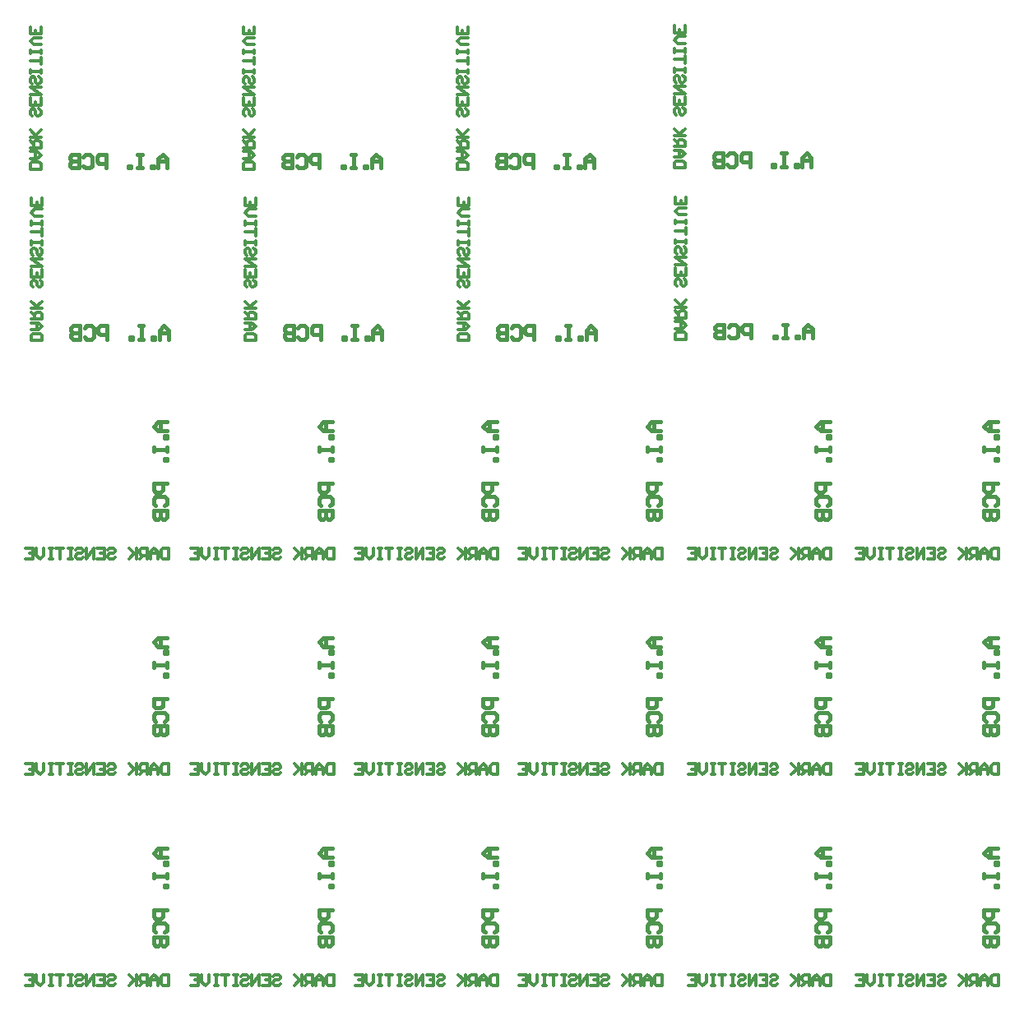
<source format=gbo>
G04 Layer_Color=32896*
%FSLAX25Y25*%
%MOIN*%
G70*
G01*
G75*
%ADD28C,0.01181*%
%ADD42C,0.01575*%
D28*
X270829Y335000D02*
X266500D01*
Y337165D01*
X267221Y337886D01*
X270108D01*
X270829Y337165D01*
Y335000D01*
X266500Y339329D02*
X269386D01*
X270829Y340772D01*
X269386Y342215D01*
X266500D01*
X268665D01*
Y339329D01*
X266500Y343659D02*
X270829D01*
Y345823D01*
X270108Y346545D01*
X268665D01*
X267943Y345823D01*
Y343659D01*
Y345102D02*
X266500Y346545D01*
X270829Y347988D02*
X266500D01*
X267943D01*
X270829Y350874D01*
X268665Y348710D01*
X266500Y350874D01*
X270108Y359533D02*
X270829Y358811D01*
Y357368D01*
X270108Y356646D01*
X269386D01*
X268665Y357368D01*
Y358811D01*
X267943Y359533D01*
X267221D01*
X266500Y358811D01*
Y357368D01*
X267221Y356646D01*
X270829Y363862D02*
Y360976D01*
X266500D01*
Y363862D01*
X268665Y360976D02*
Y362419D01*
X266500Y365305D02*
X270829D01*
X266500Y368191D01*
X270829D01*
X270108Y372521D02*
X270829Y371799D01*
Y370356D01*
X270108Y369635D01*
X269386D01*
X268665Y370356D01*
Y371799D01*
X267943Y372521D01*
X267221D01*
X266500Y371799D01*
Y370356D01*
X267221Y369635D01*
X270829Y373964D02*
Y375407D01*
Y374685D01*
X266500D01*
Y373964D01*
Y375407D01*
X270829Y377572D02*
Y380458D01*
Y379015D01*
X266500D01*
X270829Y381901D02*
Y383344D01*
Y382622D01*
X266500D01*
Y381901D01*
Y383344D01*
X270829Y385509D02*
X267943D01*
X266500Y386952D01*
X267943Y388395D01*
X270829D01*
Y392724D02*
Y389838D01*
X266500D01*
Y392724D01*
X268665Y389838D02*
Y391281D01*
X271329Y265500D02*
X267000D01*
Y267665D01*
X267722Y268386D01*
X270608D01*
X271329Y267665D01*
Y265500D01*
X267000Y269829D02*
X269886D01*
X271329Y271272D01*
X269886Y272715D01*
X267000D01*
X269165D01*
Y269829D01*
X267000Y274159D02*
X271329D01*
Y276323D01*
X270608Y277045D01*
X269165D01*
X268443Y276323D01*
Y274159D01*
Y275602D02*
X267000Y277045D01*
X271329Y278488D02*
X267000D01*
X268443D01*
X271329Y281374D01*
X269165Y279209D01*
X267000Y281374D01*
X270608Y290033D02*
X271329Y289311D01*
Y287868D01*
X270608Y287146D01*
X269886D01*
X269165Y287868D01*
Y289311D01*
X268443Y290033D01*
X267722D01*
X267000Y289311D01*
Y287868D01*
X267722Y287146D01*
X271329Y294362D02*
Y291476D01*
X267000D01*
Y294362D01*
X269165Y291476D02*
Y292919D01*
X267000Y295805D02*
X271329D01*
X267000Y298691D01*
X271329D01*
X270608Y303021D02*
X271329Y302299D01*
Y300856D01*
X270608Y300134D01*
X269886D01*
X269165Y300856D01*
Y302299D01*
X268443Y303021D01*
X267722D01*
X267000Y302299D01*
Y300856D01*
X267722Y300134D01*
X271329Y304464D02*
Y305907D01*
Y305185D01*
X267000D01*
Y304464D01*
Y305907D01*
X271329Y308071D02*
Y310958D01*
Y309515D01*
X267000D01*
X271329Y312401D02*
Y313844D01*
Y313122D01*
X267000D01*
Y312401D01*
Y313844D01*
X271329Y316009D02*
X268443D01*
X267000Y317452D01*
X268443Y318895D01*
X271329D01*
Y323224D02*
Y320338D01*
X267000D01*
Y323224D01*
X269165Y320338D02*
Y321781D01*
X182829Y334500D02*
X178500D01*
Y336665D01*
X179222Y337386D01*
X182108D01*
X182829Y336665D01*
Y334500D01*
X178500Y338829D02*
X181386D01*
X182829Y340272D01*
X181386Y341716D01*
X178500D01*
X180665D01*
Y338829D01*
X178500Y343159D02*
X182829D01*
Y345323D01*
X182108Y346045D01*
X180665D01*
X179943Y345323D01*
Y343159D01*
Y344602D02*
X178500Y346045D01*
X182829Y347488D02*
X178500D01*
X179943D01*
X182829Y350374D01*
X180665Y348210D01*
X178500Y350374D01*
X182108Y359033D02*
X182829Y358311D01*
Y356868D01*
X182108Y356147D01*
X181386D01*
X180665Y356868D01*
Y358311D01*
X179943Y359033D01*
X179222D01*
X178500Y358311D01*
Y356868D01*
X179222Y356147D01*
X182829Y363362D02*
Y360476D01*
X178500D01*
Y363362D01*
X180665Y360476D02*
Y361919D01*
X178500Y364805D02*
X182829D01*
X178500Y367691D01*
X182829D01*
X182108Y372021D02*
X182829Y371299D01*
Y369856D01*
X182108Y369134D01*
X181386D01*
X180665Y369856D01*
Y371299D01*
X179943Y372021D01*
X179222D01*
X178500Y371299D01*
Y369856D01*
X179222Y369134D01*
X182829Y373464D02*
Y374907D01*
Y374185D01*
X178500D01*
Y373464D01*
Y374907D01*
X182829Y377071D02*
Y379958D01*
Y378515D01*
X178500D01*
X182829Y381401D02*
Y382844D01*
Y382122D01*
X178500D01*
Y381401D01*
Y382844D01*
X182829Y385009D02*
X179943D01*
X178500Y386452D01*
X179943Y387895D01*
X182829D01*
Y392224D02*
Y389338D01*
X178500D01*
Y392224D01*
X180665Y389338D02*
Y390781D01*
X183329Y265000D02*
X179000D01*
Y267165D01*
X179722Y267886D01*
X182608D01*
X183329Y267165D01*
Y265000D01*
X179000Y269329D02*
X181886D01*
X183329Y270772D01*
X181886Y272216D01*
X179000D01*
X181165D01*
Y269329D01*
X179000Y273659D02*
X183329D01*
Y275823D01*
X182608Y276545D01*
X181165D01*
X180443Y275823D01*
Y273659D01*
Y275102D02*
X179000Y276545D01*
X183329Y277988D02*
X179000D01*
X180443D01*
X183329Y280874D01*
X181165Y278710D01*
X179000Y280874D01*
X182608Y289533D02*
X183329Y288811D01*
Y287368D01*
X182608Y286647D01*
X181886D01*
X181165Y287368D01*
Y288811D01*
X180443Y289533D01*
X179722D01*
X179000Y288811D01*
Y287368D01*
X179722Y286647D01*
X183329Y293862D02*
Y290976D01*
X179000D01*
Y293862D01*
X181165Y290976D02*
Y292419D01*
X179000Y295305D02*
X183329D01*
X179000Y298191D01*
X183329D01*
X182608Y302521D02*
X183329Y301799D01*
Y300356D01*
X182608Y299635D01*
X181886D01*
X181165Y300356D01*
Y301799D01*
X180443Y302521D01*
X179722D01*
X179000Y301799D01*
Y300356D01*
X179722Y299635D01*
X183329Y303964D02*
Y305407D01*
Y304685D01*
X179000D01*
Y303964D01*
Y305407D01*
X183329Y307572D02*
Y310458D01*
Y309015D01*
X179000D01*
X183329Y311901D02*
Y313344D01*
Y312622D01*
X179000D01*
Y311901D01*
Y313344D01*
X183329Y315509D02*
X180443D01*
X179000Y316952D01*
X180443Y318395D01*
X183329D01*
Y322724D02*
Y319838D01*
X179000D01*
Y322724D01*
X181165Y319838D02*
Y321281D01*
X96329Y334500D02*
X92000D01*
Y336665D01*
X92722Y337386D01*
X95608D01*
X96329Y336665D01*
Y334500D01*
X92000Y338829D02*
X94886D01*
X96329Y340272D01*
X94886Y341716D01*
X92000D01*
X94165D01*
Y338829D01*
X92000Y343159D02*
X96329D01*
Y345323D01*
X95608Y346045D01*
X94165D01*
X93443Y345323D01*
Y343159D01*
Y344602D02*
X92000Y346045D01*
X96329Y347488D02*
X92000D01*
X93443D01*
X96329Y350374D01*
X94165Y348210D01*
X92000Y350374D01*
X95608Y359033D02*
X96329Y358311D01*
Y356868D01*
X95608Y356147D01*
X94886D01*
X94165Y356868D01*
Y358311D01*
X93443Y359033D01*
X92722D01*
X92000Y358311D01*
Y356868D01*
X92722Y356147D01*
X96329Y363362D02*
Y360476D01*
X92000D01*
Y363362D01*
X94165Y360476D02*
Y361919D01*
X92000Y364805D02*
X96329D01*
X92000Y367691D01*
X96329D01*
X95608Y372021D02*
X96329Y371299D01*
Y369856D01*
X95608Y369134D01*
X94886D01*
X94165Y369856D01*
Y371299D01*
X93443Y372021D01*
X92722D01*
X92000Y371299D01*
Y369856D01*
X92722Y369134D01*
X96329Y373464D02*
Y374907D01*
Y374185D01*
X92000D01*
Y373464D01*
Y374907D01*
X96329Y377071D02*
Y379958D01*
Y378515D01*
X92000D01*
X96329Y381401D02*
Y382844D01*
Y382122D01*
X92000D01*
Y381401D01*
Y382844D01*
X96329Y385009D02*
X93443D01*
X92000Y386452D01*
X93443Y387895D01*
X96329D01*
Y392224D02*
Y389338D01*
X92000D01*
Y392224D01*
X94165Y389338D02*
Y390781D01*
X96829Y265000D02*
X92500D01*
Y267165D01*
X93222Y267886D01*
X96108D01*
X96829Y267165D01*
Y265000D01*
X92500Y269329D02*
X95386D01*
X96829Y270772D01*
X95386Y272216D01*
X92500D01*
X94665D01*
Y269329D01*
X92500Y273659D02*
X96829D01*
Y275823D01*
X96108Y276545D01*
X94665D01*
X93943Y275823D01*
Y273659D01*
Y275102D02*
X92500Y276545D01*
X96829Y277988D02*
X92500D01*
X93943D01*
X96829Y280874D01*
X94665Y278710D01*
X92500Y280874D01*
X96108Y289533D02*
X96829Y288811D01*
Y287368D01*
X96108Y286647D01*
X95386D01*
X94665Y287368D01*
Y288811D01*
X93943Y289533D01*
X93222D01*
X92500Y288811D01*
Y287368D01*
X93222Y286647D01*
X96829Y293862D02*
Y290976D01*
X92500D01*
Y293862D01*
X94665Y290976D02*
Y292419D01*
X92500Y295305D02*
X96829D01*
X92500Y298191D01*
X96829D01*
X96108Y302521D02*
X96829Y301799D01*
Y300356D01*
X96108Y299635D01*
X95386D01*
X94665Y300356D01*
Y301799D01*
X93943Y302521D01*
X93222D01*
X92500Y301799D01*
Y300356D01*
X93222Y299635D01*
X96829Y303964D02*
Y305407D01*
Y304685D01*
X92500D01*
Y303964D01*
Y305407D01*
X96829Y307572D02*
Y310458D01*
Y309015D01*
X92500D01*
X96829Y311901D02*
Y313344D01*
Y312622D01*
X92500D01*
Y311901D01*
Y313344D01*
X96829Y315509D02*
X93943D01*
X92500Y316952D01*
X93943Y318395D01*
X96829D01*
Y322724D02*
Y319838D01*
X92500D01*
Y322724D01*
X94665Y319838D02*
Y321281D01*
X9829Y334500D02*
X5500D01*
Y336665D01*
X6222Y337386D01*
X9108D01*
X9829Y336665D01*
Y334500D01*
X5500Y338829D02*
X8386D01*
X9829Y340272D01*
X8386Y341716D01*
X5500D01*
X7665D01*
Y338829D01*
X5500Y343159D02*
X9829D01*
Y345323D01*
X9108Y346045D01*
X7665D01*
X6943Y345323D01*
Y343159D01*
Y344602D02*
X5500Y346045D01*
X9829Y347488D02*
X5500D01*
X6943D01*
X9829Y350374D01*
X7665Y348210D01*
X5500Y350374D01*
X9108Y359033D02*
X9829Y358311D01*
Y356868D01*
X9108Y356147D01*
X8386D01*
X7665Y356868D01*
Y358311D01*
X6943Y359033D01*
X6222D01*
X5500Y358311D01*
Y356868D01*
X6222Y356147D01*
X9829Y363362D02*
Y360476D01*
X5500D01*
Y363362D01*
X7665Y360476D02*
Y361919D01*
X5500Y364805D02*
X9829D01*
X5500Y367691D01*
X9829D01*
X9108Y372021D02*
X9829Y371299D01*
Y369856D01*
X9108Y369134D01*
X8386D01*
X7665Y369856D01*
Y371299D01*
X6943Y372021D01*
X6222D01*
X5500Y371299D01*
Y369856D01*
X6222Y369134D01*
X9829Y373464D02*
Y374907D01*
Y374185D01*
X5500D01*
Y373464D01*
Y374907D01*
X9829Y377071D02*
Y379958D01*
Y378515D01*
X5500D01*
X9829Y381401D02*
Y382844D01*
Y382122D01*
X5500D01*
Y381401D01*
Y382844D01*
X9829Y385009D02*
X6943D01*
X5500Y386452D01*
X6943Y387895D01*
X9829D01*
Y392224D02*
Y389338D01*
X5500D01*
Y392224D01*
X7665Y389338D02*
Y390781D01*
X10329Y265000D02*
X6000D01*
Y267165D01*
X6722Y267886D01*
X9608D01*
X10329Y267165D01*
Y265000D01*
X6000Y269329D02*
X8886D01*
X10329Y270772D01*
X8886Y272216D01*
X6000D01*
X8165D01*
Y269329D01*
X6000Y273659D02*
X10329D01*
Y275823D01*
X9608Y276545D01*
X8165D01*
X7443Y275823D01*
Y273659D01*
Y275102D02*
X6000Y276545D01*
X10329Y277988D02*
X6000D01*
X7443D01*
X10329Y280874D01*
X8165Y278710D01*
X6000Y280874D01*
X9608Y289533D02*
X10329Y288811D01*
Y287368D01*
X9608Y286647D01*
X8886D01*
X8165Y287368D01*
Y288811D01*
X7443Y289533D01*
X6722D01*
X6000Y288811D01*
Y287368D01*
X6722Y286647D01*
X10329Y293862D02*
Y290976D01*
X6000D01*
Y293862D01*
X8165Y290976D02*
Y292419D01*
X6000Y295305D02*
X10329D01*
X6000Y298191D01*
X10329D01*
X9608Y302521D02*
X10329Y301799D01*
Y300356D01*
X9608Y299635D01*
X8886D01*
X8165Y300356D01*
Y301799D01*
X7443Y302521D01*
X6722D01*
X6000Y301799D01*
Y300356D01*
X6722Y299635D01*
X10329Y303964D02*
Y305407D01*
Y304685D01*
X6000D01*
Y303964D01*
Y305407D01*
X10329Y307572D02*
Y310458D01*
Y309015D01*
X6000D01*
X10329Y311901D02*
Y313344D01*
Y312622D01*
X6000D01*
Y311901D01*
Y313344D01*
X10329Y315509D02*
X7443D01*
X6000Y316952D01*
X7443Y318395D01*
X10329D01*
Y322724D02*
Y319838D01*
X6000D01*
Y322724D01*
X8165Y319838D02*
Y321281D01*
X61500Y180829D02*
Y176500D01*
X59335D01*
X58614Y177222D01*
Y180108D01*
X59335Y180829D01*
X61500D01*
X57171Y176500D02*
Y179386D01*
X55728Y180829D01*
X54285Y179386D01*
Y176500D01*
Y178665D01*
X57171D01*
X52841Y176500D02*
Y180829D01*
X50677D01*
X49955Y180108D01*
Y178665D01*
X50677Y177943D01*
X52841D01*
X51398D02*
X49955Y176500D01*
X48512Y180829D02*
Y176500D01*
Y177943D01*
X45626Y180829D01*
X47791Y178665D01*
X45626Y176500D01*
X36967Y180108D02*
X37689Y180829D01*
X39132D01*
X39853Y180108D01*
Y179386D01*
X39132Y178665D01*
X37689D01*
X36967Y177943D01*
Y177222D01*
X37689Y176500D01*
X39132D01*
X39853Y177222D01*
X32638Y180829D02*
X35524D01*
Y176500D01*
X32638D01*
X35524Y178665D02*
X34081D01*
X31195Y176500D02*
Y180829D01*
X28309Y176500D01*
Y180829D01*
X23979Y180108D02*
X24701Y180829D01*
X26144D01*
X26866Y180108D01*
Y179386D01*
X26144Y178665D01*
X24701D01*
X23979Y177943D01*
Y177222D01*
X24701Y176500D01*
X26144D01*
X26866Y177222D01*
X22536Y180829D02*
X21093D01*
X21815D01*
Y176500D01*
X22536D01*
X21093D01*
X18928Y180829D02*
X16042D01*
X17485D01*
Y176500D01*
X14599Y180829D02*
X13156D01*
X13878D01*
Y176500D01*
X14599D01*
X13156D01*
X10991Y180829D02*
Y177943D01*
X9548Y176500D01*
X8105Y177943D01*
Y180829D01*
X3776D02*
X6662D01*
Y176500D01*
X3776D01*
X6662Y178665D02*
X5219D01*
X128500Y180829D02*
Y176500D01*
X126335D01*
X125614Y177222D01*
Y180108D01*
X126335Y180829D01*
X128500D01*
X124171Y176500D02*
Y179386D01*
X122728Y180829D01*
X121284Y179386D01*
Y176500D01*
Y178665D01*
X124171D01*
X119841Y176500D02*
Y180829D01*
X117677D01*
X116955Y180108D01*
Y178665D01*
X117677Y177943D01*
X119841D01*
X118398D02*
X116955Y176500D01*
X115512Y180829D02*
Y176500D01*
Y177943D01*
X112626Y180829D01*
X114790Y178665D01*
X112626Y176500D01*
X103967Y180108D02*
X104689Y180829D01*
X106132D01*
X106853Y180108D01*
Y179386D01*
X106132Y178665D01*
X104689D01*
X103967Y177943D01*
Y177222D01*
X104689Y176500D01*
X106132D01*
X106853Y177222D01*
X99638Y180829D02*
X102524D01*
Y176500D01*
X99638D01*
X102524Y178665D02*
X101081D01*
X98195Y176500D02*
Y180829D01*
X95309Y176500D01*
Y180829D01*
X90979Y180108D02*
X91701Y180829D01*
X93144D01*
X93866Y180108D01*
Y179386D01*
X93144Y178665D01*
X91701D01*
X90979Y177943D01*
Y177222D01*
X91701Y176500D01*
X93144D01*
X93866Y177222D01*
X89536Y180829D02*
X88093D01*
X88815D01*
Y176500D01*
X89536D01*
X88093D01*
X85928Y180829D02*
X83042D01*
X84485D01*
Y176500D01*
X81599Y180829D02*
X80156D01*
X80878D01*
Y176500D01*
X81599D01*
X80156D01*
X77991Y180829D02*
Y177943D01*
X76548Y176500D01*
X75105Y177943D01*
Y180829D01*
X70776D02*
X73662D01*
Y176500D01*
X70776D01*
X73662Y178665D02*
X72219D01*
X195000Y180829D02*
Y176500D01*
X192835D01*
X192114Y177222D01*
Y180108D01*
X192835Y180829D01*
X195000D01*
X190671Y176500D02*
Y179386D01*
X189228Y180829D01*
X187785Y179386D01*
Y176500D01*
Y178665D01*
X190671D01*
X186341Y176500D02*
Y180829D01*
X184177D01*
X183455Y180108D01*
Y178665D01*
X184177Y177943D01*
X186341D01*
X184898D02*
X183455Y176500D01*
X182012Y180829D02*
Y176500D01*
Y177943D01*
X179126Y180829D01*
X181290Y178665D01*
X179126Y176500D01*
X170467Y180108D02*
X171189Y180829D01*
X172632D01*
X173353Y180108D01*
Y179386D01*
X172632Y178665D01*
X171189D01*
X170467Y177943D01*
Y177222D01*
X171189Y176500D01*
X172632D01*
X173353Y177222D01*
X166138Y180829D02*
X169024D01*
Y176500D01*
X166138D01*
X169024Y178665D02*
X167581D01*
X164695Y176500D02*
Y180829D01*
X161809Y176500D01*
Y180829D01*
X157479Y180108D02*
X158201Y180829D01*
X159644D01*
X160365Y180108D01*
Y179386D01*
X159644Y178665D01*
X158201D01*
X157479Y177943D01*
Y177222D01*
X158201Y176500D01*
X159644D01*
X160365Y177222D01*
X156036Y180829D02*
X154593D01*
X155315D01*
Y176500D01*
X156036D01*
X154593D01*
X152428Y180829D02*
X149542D01*
X150985D01*
Y176500D01*
X148099Y180829D02*
X146656D01*
X147378D01*
Y176500D01*
X148099D01*
X146656D01*
X144491Y180829D02*
Y177943D01*
X143048Y176500D01*
X141605Y177943D01*
Y180829D01*
X137276D02*
X140162D01*
Y176500D01*
X137276D01*
X140162Y178665D02*
X138719D01*
X261500Y180829D02*
Y176500D01*
X259335D01*
X258614Y177222D01*
Y180108D01*
X259335Y180829D01*
X261500D01*
X257171Y176500D02*
Y179386D01*
X255728Y180829D01*
X254285Y179386D01*
Y176500D01*
Y178665D01*
X257171D01*
X252841Y176500D02*
Y180829D01*
X250677D01*
X249955Y180108D01*
Y178665D01*
X250677Y177943D01*
X252841D01*
X251398D02*
X249955Y176500D01*
X248512Y180829D02*
Y176500D01*
Y177943D01*
X245626Y180829D01*
X247791Y178665D01*
X245626Y176500D01*
X236967Y180108D02*
X237689Y180829D01*
X239132D01*
X239854Y180108D01*
Y179386D01*
X239132Y178665D01*
X237689D01*
X236967Y177943D01*
Y177222D01*
X237689Y176500D01*
X239132D01*
X239854Y177222D01*
X232638Y180829D02*
X235524D01*
Y176500D01*
X232638D01*
X235524Y178665D02*
X234081D01*
X231195Y176500D02*
Y180829D01*
X228309Y176500D01*
Y180829D01*
X223979Y180108D02*
X224701Y180829D01*
X226144D01*
X226866Y180108D01*
Y179386D01*
X226144Y178665D01*
X224701D01*
X223979Y177943D01*
Y177222D01*
X224701Y176500D01*
X226144D01*
X226866Y177222D01*
X222536Y180829D02*
X221093D01*
X221815D01*
Y176500D01*
X222536D01*
X221093D01*
X218929Y180829D02*
X216042D01*
X217485D01*
Y176500D01*
X214599Y180829D02*
X213156D01*
X213878D01*
Y176500D01*
X214599D01*
X213156D01*
X210991Y180829D02*
Y177943D01*
X209548Y176500D01*
X208105Y177943D01*
Y180829D01*
X203776D02*
X206662D01*
Y176500D01*
X203776D01*
X206662Y178665D02*
X205219D01*
X398000Y180829D02*
Y176500D01*
X395835D01*
X395114Y177222D01*
Y180108D01*
X395835Y180829D01*
X398000D01*
X393671Y176500D02*
Y179386D01*
X392228Y180829D01*
X390785Y179386D01*
Y176500D01*
Y178665D01*
X393671D01*
X389341Y176500D02*
Y180829D01*
X387177D01*
X386455Y180108D01*
Y178665D01*
X387177Y177943D01*
X389341D01*
X387898D02*
X386455Y176500D01*
X385012Y180829D02*
Y176500D01*
Y177943D01*
X382126Y180829D01*
X384291Y178665D01*
X382126Y176500D01*
X373467Y180108D02*
X374189Y180829D01*
X375632D01*
X376354Y180108D01*
Y179386D01*
X375632Y178665D01*
X374189D01*
X373467Y177943D01*
Y177222D01*
X374189Y176500D01*
X375632D01*
X376354Y177222D01*
X369138Y180829D02*
X372024D01*
Y176500D01*
X369138D01*
X372024Y178665D02*
X370581D01*
X367695Y176500D02*
Y180829D01*
X364809Y176500D01*
Y180829D01*
X360479Y180108D02*
X361201Y180829D01*
X362644D01*
X363366Y180108D01*
Y179386D01*
X362644Y178665D01*
X361201D01*
X360479Y177943D01*
Y177222D01*
X361201Y176500D01*
X362644D01*
X363366Y177222D01*
X359036Y180829D02*
X357593D01*
X358315D01*
Y176500D01*
X359036D01*
X357593D01*
X355429Y180829D02*
X352542D01*
X353985D01*
Y176500D01*
X351099Y180829D02*
X349656D01*
X350378D01*
Y176500D01*
X351099D01*
X349656D01*
X347491Y180829D02*
Y177943D01*
X346048Y176500D01*
X344605Y177943D01*
Y180829D01*
X340276D02*
X343162D01*
Y176500D01*
X340276D01*
X343162Y178665D02*
X341719D01*
X330000Y180829D02*
Y176500D01*
X327835D01*
X327114Y177222D01*
Y180108D01*
X327835Y180829D01*
X330000D01*
X325671Y176500D02*
Y179386D01*
X324228Y180829D01*
X322784Y179386D01*
Y176500D01*
Y178665D01*
X325671D01*
X321341Y176500D02*
Y180829D01*
X319177D01*
X318455Y180108D01*
Y178665D01*
X319177Y177943D01*
X321341D01*
X319898D02*
X318455Y176500D01*
X317012Y180829D02*
Y176500D01*
Y177943D01*
X314126Y180829D01*
X316290Y178665D01*
X314126Y176500D01*
X305467Y180108D02*
X306189Y180829D01*
X307632D01*
X308353Y180108D01*
Y179386D01*
X307632Y178665D01*
X306189D01*
X305467Y177943D01*
Y177222D01*
X306189Y176500D01*
X307632D01*
X308353Y177222D01*
X301138Y180829D02*
X304024D01*
Y176500D01*
X301138D01*
X304024Y178665D02*
X302581D01*
X299695Y176500D02*
Y180829D01*
X296809Y176500D01*
Y180829D01*
X292479Y180108D02*
X293201Y180829D01*
X294644D01*
X295366Y180108D01*
Y179386D01*
X294644Y178665D01*
X293201D01*
X292479Y177943D01*
Y177222D01*
X293201Y176500D01*
X294644D01*
X295366Y177222D01*
X291036Y180829D02*
X289593D01*
X290315D01*
Y176500D01*
X291036D01*
X289593D01*
X287428Y180829D02*
X284542D01*
X285985D01*
Y176500D01*
X283099Y180829D02*
X281656D01*
X282378D01*
Y176500D01*
X283099D01*
X281656D01*
X279491Y180829D02*
Y177943D01*
X278048Y176500D01*
X276605Y177943D01*
Y180829D01*
X272276D02*
X275162D01*
Y176500D01*
X272276D01*
X275162Y178665D02*
X273719D01*
X61500Y93329D02*
Y89000D01*
X59335D01*
X58614Y89722D01*
Y92608D01*
X59335Y93329D01*
X61500D01*
X57171Y89000D02*
Y91886D01*
X55728Y93329D01*
X54285Y91886D01*
Y89000D01*
Y91165D01*
X57171D01*
X52841Y89000D02*
Y93329D01*
X50677D01*
X49955Y92608D01*
Y91165D01*
X50677Y90443D01*
X52841D01*
X51398D02*
X49955Y89000D01*
X48512Y93329D02*
Y89000D01*
Y90443D01*
X45626Y93329D01*
X47791Y91165D01*
X45626Y89000D01*
X36967Y92608D02*
X37689Y93329D01*
X39132D01*
X39853Y92608D01*
Y91886D01*
X39132Y91165D01*
X37689D01*
X36967Y90443D01*
Y89722D01*
X37689Y89000D01*
X39132D01*
X39853Y89722D01*
X32638Y93329D02*
X35524D01*
Y89000D01*
X32638D01*
X35524Y91165D02*
X34081D01*
X31195Y89000D02*
Y93329D01*
X28309Y89000D01*
Y93329D01*
X23979Y92608D02*
X24701Y93329D01*
X26144D01*
X26866Y92608D01*
Y91886D01*
X26144Y91165D01*
X24701D01*
X23979Y90443D01*
Y89722D01*
X24701Y89000D01*
X26144D01*
X26866Y89722D01*
X22536Y93329D02*
X21093D01*
X21815D01*
Y89000D01*
X22536D01*
X21093D01*
X18928Y93329D02*
X16042D01*
X17485D01*
Y89000D01*
X14599Y93329D02*
X13156D01*
X13878D01*
Y89000D01*
X14599D01*
X13156D01*
X10991Y93329D02*
Y90443D01*
X9548Y89000D01*
X8105Y90443D01*
Y93329D01*
X3776D02*
X6662D01*
Y89000D01*
X3776D01*
X6662Y91165D02*
X5219D01*
X128500Y93329D02*
Y89000D01*
X126335D01*
X125614Y89722D01*
Y92608D01*
X126335Y93329D01*
X128500D01*
X124171Y89000D02*
Y91886D01*
X122728Y93329D01*
X121284Y91886D01*
Y89000D01*
Y91165D01*
X124171D01*
X119841Y89000D02*
Y93329D01*
X117677D01*
X116955Y92608D01*
Y91165D01*
X117677Y90443D01*
X119841D01*
X118398D02*
X116955Y89000D01*
X115512Y93329D02*
Y89000D01*
Y90443D01*
X112626Y93329D01*
X114790Y91165D01*
X112626Y89000D01*
X103967Y92608D02*
X104689Y93329D01*
X106132D01*
X106853Y92608D01*
Y91886D01*
X106132Y91165D01*
X104689D01*
X103967Y90443D01*
Y89722D01*
X104689Y89000D01*
X106132D01*
X106853Y89722D01*
X99638Y93329D02*
X102524D01*
Y89000D01*
X99638D01*
X102524Y91165D02*
X101081D01*
X98195Y89000D02*
Y93329D01*
X95309Y89000D01*
Y93329D01*
X90979Y92608D02*
X91701Y93329D01*
X93144D01*
X93866Y92608D01*
Y91886D01*
X93144Y91165D01*
X91701D01*
X90979Y90443D01*
Y89722D01*
X91701Y89000D01*
X93144D01*
X93866Y89722D01*
X89536Y93329D02*
X88093D01*
X88815D01*
Y89000D01*
X89536D01*
X88093D01*
X85928Y93329D02*
X83042D01*
X84485D01*
Y89000D01*
X81599Y93329D02*
X80156D01*
X80878D01*
Y89000D01*
X81599D01*
X80156D01*
X77991Y93329D02*
Y90443D01*
X76548Y89000D01*
X75105Y90443D01*
Y93329D01*
X70776D02*
X73662D01*
Y89000D01*
X70776D01*
X73662Y91165D02*
X72219D01*
X195000Y93329D02*
Y89000D01*
X192835D01*
X192114Y89722D01*
Y92608D01*
X192835Y93329D01*
X195000D01*
X190671Y89000D02*
Y91886D01*
X189228Y93329D01*
X187785Y91886D01*
Y89000D01*
Y91165D01*
X190671D01*
X186341Y89000D02*
Y93329D01*
X184177D01*
X183455Y92608D01*
Y91165D01*
X184177Y90443D01*
X186341D01*
X184898D02*
X183455Y89000D01*
X182012Y93329D02*
Y89000D01*
Y90443D01*
X179126Y93329D01*
X181290Y91165D01*
X179126Y89000D01*
X170467Y92608D02*
X171189Y93329D01*
X172632D01*
X173353Y92608D01*
Y91886D01*
X172632Y91165D01*
X171189D01*
X170467Y90443D01*
Y89722D01*
X171189Y89000D01*
X172632D01*
X173353Y89722D01*
X166138Y93329D02*
X169024D01*
Y89000D01*
X166138D01*
X169024Y91165D02*
X167581D01*
X164695Y89000D02*
Y93329D01*
X161809Y89000D01*
Y93329D01*
X157479Y92608D02*
X158201Y93329D01*
X159644D01*
X160365Y92608D01*
Y91886D01*
X159644Y91165D01*
X158201D01*
X157479Y90443D01*
Y89722D01*
X158201Y89000D01*
X159644D01*
X160365Y89722D01*
X156036Y93329D02*
X154593D01*
X155315D01*
Y89000D01*
X156036D01*
X154593D01*
X152428Y93329D02*
X149542D01*
X150985D01*
Y89000D01*
X148099Y93329D02*
X146656D01*
X147378D01*
Y89000D01*
X148099D01*
X146656D01*
X144491Y93329D02*
Y90443D01*
X143048Y89000D01*
X141605Y90443D01*
Y93329D01*
X137276D02*
X140162D01*
Y89000D01*
X137276D01*
X140162Y91165D02*
X138719D01*
X261500Y93329D02*
Y89000D01*
X259335D01*
X258614Y89722D01*
Y92608D01*
X259335Y93329D01*
X261500D01*
X257171Y89000D02*
Y91886D01*
X255728Y93329D01*
X254285Y91886D01*
Y89000D01*
Y91165D01*
X257171D01*
X252841Y89000D02*
Y93329D01*
X250677D01*
X249955Y92608D01*
Y91165D01*
X250677Y90443D01*
X252841D01*
X251398D02*
X249955Y89000D01*
X248512Y93329D02*
Y89000D01*
Y90443D01*
X245626Y93329D01*
X247791Y91165D01*
X245626Y89000D01*
X236967Y92608D02*
X237689Y93329D01*
X239132D01*
X239854Y92608D01*
Y91886D01*
X239132Y91165D01*
X237689D01*
X236967Y90443D01*
Y89722D01*
X237689Y89000D01*
X239132D01*
X239854Y89722D01*
X232638Y93329D02*
X235524D01*
Y89000D01*
X232638D01*
X235524Y91165D02*
X234081D01*
X231195Y89000D02*
Y93329D01*
X228309Y89000D01*
Y93329D01*
X223979Y92608D02*
X224701Y93329D01*
X226144D01*
X226866Y92608D01*
Y91886D01*
X226144Y91165D01*
X224701D01*
X223979Y90443D01*
Y89722D01*
X224701Y89000D01*
X226144D01*
X226866Y89722D01*
X222536Y93329D02*
X221093D01*
X221815D01*
Y89000D01*
X222536D01*
X221093D01*
X218929Y93329D02*
X216042D01*
X217485D01*
Y89000D01*
X214599Y93329D02*
X213156D01*
X213878D01*
Y89000D01*
X214599D01*
X213156D01*
X210991Y93329D02*
Y90443D01*
X209548Y89000D01*
X208105Y90443D01*
Y93329D01*
X203776D02*
X206662D01*
Y89000D01*
X203776D01*
X206662Y91165D02*
X205219D01*
X398000Y93329D02*
Y89000D01*
X395835D01*
X395114Y89722D01*
Y92608D01*
X395835Y93329D01*
X398000D01*
X393671Y89000D02*
Y91886D01*
X392228Y93329D01*
X390785Y91886D01*
Y89000D01*
Y91165D01*
X393671D01*
X389341Y89000D02*
Y93329D01*
X387177D01*
X386455Y92608D01*
Y91165D01*
X387177Y90443D01*
X389341D01*
X387898D02*
X386455Y89000D01*
X385012Y93329D02*
Y89000D01*
Y90443D01*
X382126Y93329D01*
X384291Y91165D01*
X382126Y89000D01*
X373467Y92608D02*
X374189Y93329D01*
X375632D01*
X376354Y92608D01*
Y91886D01*
X375632Y91165D01*
X374189D01*
X373467Y90443D01*
Y89722D01*
X374189Y89000D01*
X375632D01*
X376354Y89722D01*
X369138Y93329D02*
X372024D01*
Y89000D01*
X369138D01*
X372024Y91165D02*
X370581D01*
X367695Y89000D02*
Y93329D01*
X364809Y89000D01*
Y93329D01*
X360479Y92608D02*
X361201Y93329D01*
X362644D01*
X363366Y92608D01*
Y91886D01*
X362644Y91165D01*
X361201D01*
X360479Y90443D01*
Y89722D01*
X361201Y89000D01*
X362644D01*
X363366Y89722D01*
X359036Y93329D02*
X357593D01*
X358315D01*
Y89000D01*
X359036D01*
X357593D01*
X355429Y93329D02*
X352542D01*
X353985D01*
Y89000D01*
X351099Y93329D02*
X349656D01*
X350378D01*
Y89000D01*
X351099D01*
X349656D01*
X347491Y93329D02*
Y90443D01*
X346048Y89000D01*
X344605Y90443D01*
Y93329D01*
X340276D02*
X343162D01*
Y89000D01*
X340276D01*
X343162Y91165D02*
X341719D01*
X330000Y93329D02*
Y89000D01*
X327835D01*
X327114Y89722D01*
Y92608D01*
X327835Y93329D01*
X330000D01*
X325671Y89000D02*
Y91886D01*
X324228Y93329D01*
X322784Y91886D01*
Y89000D01*
Y91165D01*
X325671D01*
X321341Y89000D02*
Y93329D01*
X319177D01*
X318455Y92608D01*
Y91165D01*
X319177Y90443D01*
X321341D01*
X319898D02*
X318455Y89000D01*
X317012Y93329D02*
Y89000D01*
Y90443D01*
X314126Y93329D01*
X316290Y91165D01*
X314126Y89000D01*
X305467Y92608D02*
X306189Y93329D01*
X307632D01*
X308353Y92608D01*
Y91886D01*
X307632Y91165D01*
X306189D01*
X305467Y90443D01*
Y89722D01*
X306189Y89000D01*
X307632D01*
X308353Y89722D01*
X301138Y93329D02*
X304024D01*
Y89000D01*
X301138D01*
X304024Y91165D02*
X302581D01*
X299695Y89000D02*
Y93329D01*
X296809Y89000D01*
Y93329D01*
X292479Y92608D02*
X293201Y93329D01*
X294644D01*
X295366Y92608D01*
Y91886D01*
X294644Y91165D01*
X293201D01*
X292479Y90443D01*
Y89722D01*
X293201Y89000D01*
X294644D01*
X295366Y89722D01*
X291036Y93329D02*
X289593D01*
X290315D01*
Y89000D01*
X291036D01*
X289593D01*
X287428Y93329D02*
X284542D01*
X285985D01*
Y89000D01*
X283099Y93329D02*
X281656D01*
X282378D01*
Y89000D01*
X283099D01*
X281656D01*
X279491Y93329D02*
Y90443D01*
X278048Y89000D01*
X276605Y90443D01*
Y93329D01*
X272276D02*
X275162D01*
Y89000D01*
X272276D01*
X275162Y91165D02*
X273719D01*
X330000Y7829D02*
Y3500D01*
X327835D01*
X327114Y4222D01*
Y7108D01*
X327835Y7829D01*
X330000D01*
X325671Y3500D02*
Y6386D01*
X324228Y7829D01*
X322784Y6386D01*
Y3500D01*
Y5665D01*
X325671D01*
X321341Y3500D02*
Y7829D01*
X319177D01*
X318455Y7108D01*
Y5665D01*
X319177Y4943D01*
X321341D01*
X319898D02*
X318455Y3500D01*
X317012Y7829D02*
Y3500D01*
Y4943D01*
X314126Y7829D01*
X316290Y5665D01*
X314126Y3500D01*
X305467Y7108D02*
X306189Y7829D01*
X307632D01*
X308353Y7108D01*
Y6386D01*
X307632Y5665D01*
X306189D01*
X305467Y4943D01*
Y4222D01*
X306189Y3500D01*
X307632D01*
X308353Y4222D01*
X301138Y7829D02*
X304024D01*
Y3500D01*
X301138D01*
X304024Y5665D02*
X302581D01*
X299695Y3500D02*
Y7829D01*
X296809Y3500D01*
Y7829D01*
X292479Y7108D02*
X293201Y7829D01*
X294644D01*
X295366Y7108D01*
Y6386D01*
X294644Y5665D01*
X293201D01*
X292479Y4943D01*
Y4222D01*
X293201Y3500D01*
X294644D01*
X295366Y4222D01*
X291036Y7829D02*
X289593D01*
X290315D01*
Y3500D01*
X291036D01*
X289593D01*
X287428Y7829D02*
X284542D01*
X285985D01*
Y3500D01*
X283099Y7829D02*
X281656D01*
X282378D01*
Y3500D01*
X283099D01*
X281656D01*
X279491Y7829D02*
Y4943D01*
X278048Y3500D01*
X276605Y4943D01*
Y7829D01*
X272276D02*
X275162D01*
Y3500D01*
X272276D01*
X275162Y5665D02*
X273719D01*
X398000Y7829D02*
Y3500D01*
X395835D01*
X395114Y4222D01*
Y7108D01*
X395835Y7829D01*
X398000D01*
X393671Y3500D02*
Y6386D01*
X392228Y7829D01*
X390785Y6386D01*
Y3500D01*
Y5665D01*
X393671D01*
X389341Y3500D02*
Y7829D01*
X387177D01*
X386455Y7108D01*
Y5665D01*
X387177Y4943D01*
X389341D01*
X387898D02*
X386455Y3500D01*
X385012Y7829D02*
Y3500D01*
Y4943D01*
X382126Y7829D01*
X384291Y5665D01*
X382126Y3500D01*
X373467Y7108D02*
X374189Y7829D01*
X375632D01*
X376354Y7108D01*
Y6386D01*
X375632Y5665D01*
X374189D01*
X373467Y4943D01*
Y4222D01*
X374189Y3500D01*
X375632D01*
X376354Y4222D01*
X369138Y7829D02*
X372024D01*
Y3500D01*
X369138D01*
X372024Y5665D02*
X370581D01*
X367695Y3500D02*
Y7829D01*
X364809Y3500D01*
Y7829D01*
X360479Y7108D02*
X361201Y7829D01*
X362644D01*
X363366Y7108D01*
Y6386D01*
X362644Y5665D01*
X361201D01*
X360479Y4943D01*
Y4222D01*
X361201Y3500D01*
X362644D01*
X363366Y4222D01*
X359036Y7829D02*
X357593D01*
X358315D01*
Y3500D01*
X359036D01*
X357593D01*
X355429Y7829D02*
X352542D01*
X353985D01*
Y3500D01*
X351099Y7829D02*
X349656D01*
X350378D01*
Y3500D01*
X351099D01*
X349656D01*
X347491Y7829D02*
Y4943D01*
X346048Y3500D01*
X344605Y4943D01*
Y7829D01*
X340276D02*
X343162D01*
Y3500D01*
X340276D01*
X343162Y5665D02*
X341719D01*
X261500Y7829D02*
Y3500D01*
X259335D01*
X258614Y4222D01*
Y7108D01*
X259335Y7829D01*
X261500D01*
X257171Y3500D02*
Y6386D01*
X255728Y7829D01*
X254285Y6386D01*
Y3500D01*
Y5665D01*
X257171D01*
X252841Y3500D02*
Y7829D01*
X250677D01*
X249955Y7108D01*
Y5665D01*
X250677Y4943D01*
X252841D01*
X251398D02*
X249955Y3500D01*
X248512Y7829D02*
Y3500D01*
Y4943D01*
X245626Y7829D01*
X247791Y5665D01*
X245626Y3500D01*
X236967Y7108D02*
X237689Y7829D01*
X239132D01*
X239854Y7108D01*
Y6386D01*
X239132Y5665D01*
X237689D01*
X236967Y4943D01*
Y4222D01*
X237689Y3500D01*
X239132D01*
X239854Y4222D01*
X232638Y7829D02*
X235524D01*
Y3500D01*
X232638D01*
X235524Y5665D02*
X234081D01*
X231195Y3500D02*
Y7829D01*
X228309Y3500D01*
Y7829D01*
X223979Y7108D02*
X224701Y7829D01*
X226144D01*
X226866Y7108D01*
Y6386D01*
X226144Y5665D01*
X224701D01*
X223979Y4943D01*
Y4222D01*
X224701Y3500D01*
X226144D01*
X226866Y4222D01*
X222536Y7829D02*
X221093D01*
X221815D01*
Y3500D01*
X222536D01*
X221093D01*
X218929Y7829D02*
X216042D01*
X217485D01*
Y3500D01*
X214599Y7829D02*
X213156D01*
X213878D01*
Y3500D01*
X214599D01*
X213156D01*
X210991Y7829D02*
Y4943D01*
X209548Y3500D01*
X208105Y4943D01*
Y7829D01*
X203776D02*
X206662D01*
Y3500D01*
X203776D01*
X206662Y5665D02*
X205219D01*
X195000Y7829D02*
Y3500D01*
X192835D01*
X192114Y4222D01*
Y7108D01*
X192835Y7829D01*
X195000D01*
X190671Y3500D02*
Y6386D01*
X189228Y7829D01*
X187785Y6386D01*
Y3500D01*
Y5665D01*
X190671D01*
X186341Y3500D02*
Y7829D01*
X184177D01*
X183455Y7108D01*
Y5665D01*
X184177Y4943D01*
X186341D01*
X184898D02*
X183455Y3500D01*
X182012Y7829D02*
Y3500D01*
Y4943D01*
X179126Y7829D01*
X181290Y5665D01*
X179126Y3500D01*
X170467Y7108D02*
X171189Y7829D01*
X172632D01*
X173353Y7108D01*
Y6386D01*
X172632Y5665D01*
X171189D01*
X170467Y4943D01*
Y4222D01*
X171189Y3500D01*
X172632D01*
X173353Y4222D01*
X166138Y7829D02*
X169024D01*
Y3500D01*
X166138D01*
X169024Y5665D02*
X167581D01*
X164695Y3500D02*
Y7829D01*
X161809Y3500D01*
Y7829D01*
X157479Y7108D02*
X158201Y7829D01*
X159644D01*
X160365Y7108D01*
Y6386D01*
X159644Y5665D01*
X158201D01*
X157479Y4943D01*
Y4222D01*
X158201Y3500D01*
X159644D01*
X160365Y4222D01*
X156036Y7829D02*
X154593D01*
X155315D01*
Y3500D01*
X156036D01*
X154593D01*
X152428Y7829D02*
X149542D01*
X150985D01*
Y3500D01*
X148099Y7829D02*
X146656D01*
X147378D01*
Y3500D01*
X148099D01*
X146656D01*
X144491Y7829D02*
Y4943D01*
X143048Y3500D01*
X141605Y4943D01*
Y7829D01*
X137276D02*
X140162D01*
Y3500D01*
X137276D01*
X140162Y5665D02*
X138719D01*
X128500Y7829D02*
Y3500D01*
X126335D01*
X125614Y4222D01*
Y7108D01*
X126335Y7829D01*
X128500D01*
X124171Y3500D02*
Y6386D01*
X122728Y7829D01*
X121284Y6386D01*
Y3500D01*
Y5665D01*
X124171D01*
X119841Y3500D02*
Y7829D01*
X117677D01*
X116955Y7108D01*
Y5665D01*
X117677Y4943D01*
X119841D01*
X118398D02*
X116955Y3500D01*
X115512Y7829D02*
Y3500D01*
Y4943D01*
X112626Y7829D01*
X114790Y5665D01*
X112626Y3500D01*
X103967Y7108D02*
X104689Y7829D01*
X106132D01*
X106853Y7108D01*
Y6386D01*
X106132Y5665D01*
X104689D01*
X103967Y4943D01*
Y4222D01*
X104689Y3500D01*
X106132D01*
X106853Y4222D01*
X99638Y7829D02*
X102524D01*
Y3500D01*
X99638D01*
X102524Y5665D02*
X101081D01*
X98195Y3500D02*
Y7829D01*
X95309Y3500D01*
Y7829D01*
X90979Y7108D02*
X91701Y7829D01*
X93144D01*
X93866Y7108D01*
Y6386D01*
X93144Y5665D01*
X91701D01*
X90979Y4943D01*
Y4222D01*
X91701Y3500D01*
X93144D01*
X93866Y4222D01*
X89536Y7829D02*
X88093D01*
X88815D01*
Y3500D01*
X89536D01*
X88093D01*
X85928Y7829D02*
X83042D01*
X84485D01*
Y3500D01*
X81599Y7829D02*
X80156D01*
X80878D01*
Y3500D01*
X81599D01*
X80156D01*
X77991Y7829D02*
Y4943D01*
X76548Y3500D01*
X75105Y4943D01*
Y7829D01*
X70776D02*
X73662D01*
Y3500D01*
X70776D01*
X73662Y5665D02*
X72219D01*
X61500Y7829D02*
Y3500D01*
X59335D01*
X58614Y4222D01*
Y7108D01*
X59335Y7829D01*
X61500D01*
X57171Y3500D02*
Y6386D01*
X55728Y7829D01*
X54285Y6386D01*
Y3500D01*
Y5665D01*
X57171D01*
X52841Y3500D02*
Y7829D01*
X50677D01*
X49955Y7108D01*
Y5665D01*
X50677Y4943D01*
X52841D01*
X51398D02*
X49955Y3500D01*
X48512Y7829D02*
Y3500D01*
Y4943D01*
X45626Y7829D01*
X47791Y5665D01*
X45626Y3500D01*
X36967Y7108D02*
X37689Y7829D01*
X39132D01*
X39853Y7108D01*
Y6386D01*
X39132Y5665D01*
X37689D01*
X36967Y4943D01*
Y4222D01*
X37689Y3500D01*
X39132D01*
X39853Y4222D01*
X32638Y7829D02*
X35524D01*
Y3500D01*
X32638D01*
X35524Y5665D02*
X34081D01*
X31195Y3500D02*
Y7829D01*
X28309Y3500D01*
Y7829D01*
X23979Y7108D02*
X24701Y7829D01*
X26144D01*
X26866Y7108D01*
Y6386D01*
X26144Y5665D01*
X24701D01*
X23979Y4943D01*
Y4222D01*
X24701Y3500D01*
X26144D01*
X26866Y4222D01*
X22536Y7829D02*
X21093D01*
X21815D01*
Y3500D01*
X22536D01*
X21093D01*
X18928Y7829D02*
X16042D01*
X17485D01*
Y3500D01*
X14599Y7829D02*
X13156D01*
X13878D01*
Y3500D01*
X14599D01*
X13156D01*
X10991Y7829D02*
Y4943D01*
X9548Y3500D01*
X8105Y4943D01*
Y7829D01*
X3776D02*
X6662D01*
Y3500D01*
X3776D01*
X6662Y5665D02*
X5219D01*
D42*
X322000Y335500D02*
Y339173D01*
X320163Y341010D01*
X318327Y339173D01*
Y335500D01*
Y338255D01*
X322000D01*
X316490Y335500D02*
Y336418D01*
X315572D01*
Y335500D01*
X316490D01*
X311898Y341010D02*
X310062D01*
X310980D01*
Y335500D01*
X311898D01*
X310062D01*
X307307D02*
Y336418D01*
X306388D01*
Y335500D01*
X307307D01*
X297205D02*
Y341010D01*
X294450D01*
X293531Y340092D01*
Y338255D01*
X294450Y337337D01*
X297205D01*
X288021Y340092D02*
X288940Y341010D01*
X290776D01*
X291695Y340092D01*
Y336418D01*
X290776Y335500D01*
X288940D01*
X288021Y336418D01*
X286185Y341010D02*
Y335500D01*
X283430D01*
X282511Y336418D01*
Y337337D01*
X283430Y338255D01*
X286185D01*
X283430D01*
X282511Y339173D01*
Y340092D01*
X283430Y341010D01*
X286185D01*
X322500Y266000D02*
Y269673D01*
X320663Y271510D01*
X318827Y269673D01*
Y266000D01*
Y268755D01*
X322500D01*
X316990Y266000D02*
Y266918D01*
X316072D01*
Y266000D01*
X316990D01*
X312398Y271510D02*
X310562D01*
X311480D01*
Y266000D01*
X312398D01*
X310562D01*
X307807D02*
Y266918D01*
X306888D01*
Y266000D01*
X307807D01*
X297705D02*
Y271510D01*
X294950D01*
X294032Y270592D01*
Y268755D01*
X294950Y267837D01*
X297705D01*
X288522Y270592D02*
X289440Y271510D01*
X291277D01*
X292195Y270592D01*
Y266918D01*
X291277Y266000D01*
X289440D01*
X288522Y266918D01*
X286685Y271510D02*
Y266000D01*
X283930D01*
X283012Y266918D01*
Y267837D01*
X283930Y268755D01*
X286685D01*
X283930D01*
X283012Y269673D01*
Y270592D01*
X283930Y271510D01*
X286685D01*
X234000Y335000D02*
Y338673D01*
X232163Y340510D01*
X230327Y338673D01*
Y335000D01*
Y337755D01*
X234000D01*
X228490Y335000D02*
Y335918D01*
X227572D01*
Y335000D01*
X228490D01*
X223898Y340510D02*
X222062D01*
X222980D01*
Y335000D01*
X223898D01*
X222062D01*
X219307D02*
Y335918D01*
X218388D01*
Y335000D01*
X219307D01*
X209205D02*
Y340510D01*
X206450D01*
X205532Y339592D01*
Y337755D01*
X206450Y336837D01*
X209205D01*
X200022Y339592D02*
X200940Y340510D01*
X202777D01*
X203695Y339592D01*
Y335918D01*
X202777Y335000D01*
X200940D01*
X200022Y335918D01*
X198185Y340510D02*
Y335000D01*
X195430D01*
X194511Y335918D01*
Y336837D01*
X195430Y337755D01*
X198185D01*
X195430D01*
X194511Y338673D01*
Y339592D01*
X195430Y340510D01*
X198185D01*
X234500Y265500D02*
Y269173D01*
X232663Y271010D01*
X230827Y269173D01*
Y265500D01*
Y268255D01*
X234500D01*
X228990Y265500D02*
Y266418D01*
X228072D01*
Y265500D01*
X228990D01*
X224398Y271010D02*
X222562D01*
X223480D01*
Y265500D01*
X224398D01*
X222562D01*
X219807D02*
Y266418D01*
X218888D01*
Y265500D01*
X219807D01*
X209705D02*
Y271010D01*
X206950D01*
X206031Y270092D01*
Y268255D01*
X206950Y267337D01*
X209705D01*
X200521Y270092D02*
X201440Y271010D01*
X203276D01*
X204195Y270092D01*
Y266418D01*
X203276Y265500D01*
X201440D01*
X200521Y266418D01*
X198685Y271010D02*
Y265500D01*
X195930D01*
X195011Y266418D01*
Y267337D01*
X195930Y268255D01*
X198685D01*
X195930D01*
X195011Y269173D01*
Y270092D01*
X195930Y271010D01*
X198685D01*
X147500Y335000D02*
Y338673D01*
X145663Y340510D01*
X143827Y338673D01*
Y335000D01*
Y337755D01*
X147500D01*
X141990Y335000D02*
Y335918D01*
X141072D01*
Y335000D01*
X141990D01*
X137398Y340510D02*
X135562D01*
X136480D01*
Y335000D01*
X137398D01*
X135562D01*
X132807D02*
Y335918D01*
X131888D01*
Y335000D01*
X132807D01*
X122705D02*
Y340510D01*
X119950D01*
X119032Y339592D01*
Y337755D01*
X119950Y336837D01*
X122705D01*
X113522Y339592D02*
X114440Y340510D01*
X116277D01*
X117195Y339592D01*
Y335918D01*
X116277Y335000D01*
X114440D01*
X113522Y335918D01*
X111685Y340510D02*
Y335000D01*
X108930D01*
X108011Y335918D01*
Y336837D01*
X108930Y337755D01*
X111685D01*
X108930D01*
X108011Y338673D01*
Y339592D01*
X108930Y340510D01*
X111685D01*
X148000Y265500D02*
Y269173D01*
X146163Y271010D01*
X144327Y269173D01*
Y265500D01*
Y268255D01*
X148000D01*
X142490Y265500D02*
Y266418D01*
X141572D01*
Y265500D01*
X142490D01*
X137898Y271010D02*
X136062D01*
X136980D01*
Y265500D01*
X137898D01*
X136062D01*
X133307D02*
Y266418D01*
X132388D01*
Y265500D01*
X133307D01*
X123205D02*
Y271010D01*
X120450D01*
X119532Y270092D01*
Y268255D01*
X120450Y267337D01*
X123205D01*
X114022Y270092D02*
X114940Y271010D01*
X116777D01*
X117695Y270092D01*
Y266418D01*
X116777Y265500D01*
X114940D01*
X114022Y266418D01*
X112185Y271010D02*
Y265500D01*
X109430D01*
X108511Y266418D01*
Y267337D01*
X109430Y268255D01*
X112185D01*
X109430D01*
X108511Y269173D01*
Y270092D01*
X109430Y271010D01*
X112185D01*
X61000Y335000D02*
Y338673D01*
X59163Y340510D01*
X57327Y338673D01*
Y335000D01*
Y337755D01*
X61000D01*
X55490Y335000D02*
Y335918D01*
X54572D01*
Y335000D01*
X55490D01*
X50898Y340510D02*
X49062D01*
X49980D01*
Y335000D01*
X50898D01*
X49062D01*
X46307D02*
Y335918D01*
X45388D01*
Y335000D01*
X46307D01*
X36205D02*
Y340510D01*
X33450D01*
X32531Y339592D01*
Y337755D01*
X33450Y336837D01*
X36205D01*
X27022Y339592D02*
X27940Y340510D01*
X29776D01*
X30695Y339592D01*
Y335918D01*
X29776Y335000D01*
X27940D01*
X27022Y335918D01*
X25185Y340510D02*
Y335000D01*
X22430D01*
X21511Y335918D01*
Y336837D01*
X22430Y337755D01*
X25185D01*
X22430D01*
X21511Y338673D01*
Y339592D01*
X22430Y340510D01*
X25185D01*
X61500Y265500D02*
Y269173D01*
X59663Y271010D01*
X57827Y269173D01*
Y265500D01*
Y268255D01*
X61500D01*
X55990Y265500D02*
Y266418D01*
X55072D01*
Y265500D01*
X55990D01*
X51398Y271010D02*
X49562D01*
X50480D01*
Y265500D01*
X51398D01*
X49562D01*
X46807D02*
Y266418D01*
X45888D01*
Y265500D01*
X46807D01*
X36705D02*
Y271010D01*
X33950D01*
X33031Y270092D01*
Y268255D01*
X33950Y267337D01*
X36705D01*
X27521Y270092D02*
X28440Y271010D01*
X30277D01*
X31195Y270092D01*
Y266418D01*
X30277Y265500D01*
X28440D01*
X27521Y266418D01*
X25685Y271010D02*
Y265500D01*
X22930D01*
X22012Y266418D01*
Y267337D01*
X22930Y268255D01*
X25685D01*
X22930D01*
X22012Y269173D01*
Y270092D01*
X22930Y271010D01*
X25685D01*
X61000Y232000D02*
X57327D01*
X55490Y230163D01*
X57327Y228327D01*
X61000D01*
X58245D01*
Y232000D01*
X61000Y226490D02*
X60082D01*
Y225572D01*
X61000D01*
Y226490D01*
X55490Y221898D02*
Y220062D01*
Y220980D01*
X61000D01*
Y221898D01*
Y220062D01*
Y217307D02*
X60082D01*
Y216388D01*
X61000D01*
Y217307D01*
Y207205D02*
X55490D01*
Y204450D01*
X56408Y203532D01*
X58245D01*
X59163Y204450D01*
Y207205D01*
X56408Y198021D02*
X55490Y198940D01*
Y200777D01*
X56408Y201695D01*
X60082D01*
X61000Y200777D01*
Y198940D01*
X60082Y198021D01*
X55490Y196185D02*
X61000D01*
Y193430D01*
X60082Y192511D01*
X59163D01*
X58245Y193430D01*
Y196185D01*
Y193430D01*
X57327Y192511D01*
X56408D01*
X55490Y193430D01*
Y196185D01*
X128000Y232000D02*
X124327D01*
X122490Y230163D01*
X124327Y228327D01*
X128000D01*
X125245D01*
Y232000D01*
X128000Y226490D02*
X127082D01*
Y225572D01*
X128000D01*
Y226490D01*
X122490Y221898D02*
Y220062D01*
Y220980D01*
X128000D01*
Y221898D01*
Y220062D01*
Y217307D02*
X127082D01*
Y216388D01*
X128000D01*
Y217307D01*
Y207205D02*
X122490D01*
Y204450D01*
X123408Y203532D01*
X125245D01*
X126163Y204450D01*
Y207205D01*
X123408Y198021D02*
X122490Y198940D01*
Y200777D01*
X123408Y201695D01*
X127082D01*
X128000Y200777D01*
Y198940D01*
X127082Y198021D01*
X122490Y196185D02*
X128000D01*
Y193430D01*
X127082Y192511D01*
X126163D01*
X125245Y193430D01*
Y196185D01*
Y193430D01*
X124327Y192511D01*
X123408D01*
X122490Y193430D01*
Y196185D01*
X194500Y232000D02*
X190827D01*
X188990Y230163D01*
X190827Y228327D01*
X194500D01*
X191745D01*
Y232000D01*
X194500Y226490D02*
X193582D01*
Y225572D01*
X194500D01*
Y226490D01*
X188990Y221898D02*
Y220062D01*
Y220980D01*
X194500D01*
Y221898D01*
Y220062D01*
Y217307D02*
X193582D01*
Y216388D01*
X194500D01*
Y217307D01*
Y207205D02*
X188990D01*
Y204450D01*
X189908Y203532D01*
X191745D01*
X192663Y204450D01*
Y207205D01*
X189908Y198021D02*
X188990Y198940D01*
Y200777D01*
X189908Y201695D01*
X193582D01*
X194500Y200777D01*
Y198940D01*
X193582Y198021D01*
X188990Y196185D02*
X194500D01*
Y193430D01*
X193582Y192511D01*
X192663D01*
X191745Y193430D01*
Y196185D01*
Y193430D01*
X190827Y192511D01*
X189908D01*
X188990Y193430D01*
Y196185D01*
X261000Y232000D02*
X257327D01*
X255490Y230163D01*
X257327Y228327D01*
X261000D01*
X258245D01*
Y232000D01*
X261000Y226490D02*
X260082D01*
Y225572D01*
X261000D01*
Y226490D01*
X255490Y221898D02*
Y220062D01*
Y220980D01*
X261000D01*
Y221898D01*
Y220062D01*
Y217307D02*
X260082D01*
Y216388D01*
X261000D01*
Y217307D01*
Y207205D02*
X255490D01*
Y204450D01*
X256408Y203532D01*
X258245D01*
X259163Y204450D01*
Y207205D01*
X256408Y198021D02*
X255490Y198940D01*
Y200777D01*
X256408Y201695D01*
X260082D01*
X261000Y200777D01*
Y198940D01*
X260082Y198021D01*
X255490Y196185D02*
X261000D01*
Y193430D01*
X260082Y192511D01*
X259163D01*
X258245Y193430D01*
Y196185D01*
Y193430D01*
X257327Y192511D01*
X256408D01*
X255490Y193430D01*
Y196185D01*
X397500Y232000D02*
X393827D01*
X391990Y230163D01*
X393827Y228327D01*
X397500D01*
X394745D01*
Y232000D01*
X397500Y226490D02*
X396582D01*
Y225572D01*
X397500D01*
Y226490D01*
X391990Y221898D02*
Y220062D01*
Y220980D01*
X397500D01*
Y221898D01*
Y220062D01*
Y217307D02*
X396582D01*
Y216388D01*
X397500D01*
Y217307D01*
Y207205D02*
X391990D01*
Y204450D01*
X392908Y203532D01*
X394745D01*
X395663Y204450D01*
Y207205D01*
X392908Y198021D02*
X391990Y198940D01*
Y200777D01*
X392908Y201695D01*
X396582D01*
X397500Y200777D01*
Y198940D01*
X396582Y198021D01*
X391990Y196185D02*
X397500D01*
Y193430D01*
X396582Y192511D01*
X395663D01*
X394745Y193430D01*
Y196185D01*
Y193430D01*
X393827Y192511D01*
X392908D01*
X391990Y193430D01*
Y196185D01*
X329500Y232000D02*
X325827D01*
X323990Y230163D01*
X325827Y228327D01*
X329500D01*
X326745D01*
Y232000D01*
X329500Y226490D02*
X328582D01*
Y225572D01*
X329500D01*
Y226490D01*
X323990Y221898D02*
Y220062D01*
Y220980D01*
X329500D01*
Y221898D01*
Y220062D01*
Y217307D02*
X328582D01*
Y216388D01*
X329500D01*
Y217307D01*
Y207205D02*
X323990D01*
Y204450D01*
X324908Y203532D01*
X326745D01*
X327663Y204450D01*
Y207205D01*
X324908Y198021D02*
X323990Y198940D01*
Y200777D01*
X324908Y201695D01*
X328582D01*
X329500Y200777D01*
Y198940D01*
X328582Y198021D01*
X323990Y196185D02*
X329500D01*
Y193430D01*
X328582Y192511D01*
X327663D01*
X326745Y193430D01*
Y196185D01*
Y193430D01*
X325827Y192511D01*
X324908D01*
X323990Y193430D01*
Y196185D01*
X61000Y144500D02*
X57327D01*
X55490Y142663D01*
X57327Y140827D01*
X61000D01*
X58245D01*
Y144500D01*
X61000Y138990D02*
X60082D01*
Y138072D01*
X61000D01*
Y138990D01*
X55490Y134398D02*
Y132562D01*
Y133480D01*
X61000D01*
Y134398D01*
Y132562D01*
Y129807D02*
X60082D01*
Y128888D01*
X61000D01*
Y129807D01*
Y119705D02*
X55490D01*
Y116950D01*
X56408Y116032D01*
X58245D01*
X59163Y116950D01*
Y119705D01*
X56408Y110521D02*
X55490Y111440D01*
Y113277D01*
X56408Y114195D01*
X60082D01*
X61000Y113277D01*
Y111440D01*
X60082Y110521D01*
X55490Y108685D02*
X61000D01*
Y105930D01*
X60082Y105011D01*
X59163D01*
X58245Y105930D01*
Y108685D01*
Y105930D01*
X57327Y105011D01*
X56408D01*
X55490Y105930D01*
Y108685D01*
X128000Y144500D02*
X124327D01*
X122490Y142663D01*
X124327Y140827D01*
X128000D01*
X125245D01*
Y144500D01*
X128000Y138990D02*
X127082D01*
Y138072D01*
X128000D01*
Y138990D01*
X122490Y134398D02*
Y132562D01*
Y133480D01*
X128000D01*
Y134398D01*
Y132562D01*
Y129807D02*
X127082D01*
Y128888D01*
X128000D01*
Y129807D01*
Y119705D02*
X122490D01*
Y116950D01*
X123408Y116032D01*
X125245D01*
X126163Y116950D01*
Y119705D01*
X123408Y110521D02*
X122490Y111440D01*
Y113277D01*
X123408Y114195D01*
X127082D01*
X128000Y113277D01*
Y111440D01*
X127082Y110521D01*
X122490Y108685D02*
X128000D01*
Y105930D01*
X127082Y105011D01*
X126163D01*
X125245Y105930D01*
Y108685D01*
Y105930D01*
X124327Y105011D01*
X123408D01*
X122490Y105930D01*
Y108685D01*
X194500Y144500D02*
X190827D01*
X188990Y142663D01*
X190827Y140827D01*
X194500D01*
X191745D01*
Y144500D01*
X194500Y138990D02*
X193582D01*
Y138072D01*
X194500D01*
Y138990D01*
X188990Y134398D02*
Y132562D01*
Y133480D01*
X194500D01*
Y134398D01*
Y132562D01*
Y129807D02*
X193582D01*
Y128888D01*
X194500D01*
Y129807D01*
Y119705D02*
X188990D01*
Y116950D01*
X189908Y116032D01*
X191745D01*
X192663Y116950D01*
Y119705D01*
X189908Y110521D02*
X188990Y111440D01*
Y113277D01*
X189908Y114195D01*
X193582D01*
X194500Y113277D01*
Y111440D01*
X193582Y110521D01*
X188990Y108685D02*
X194500D01*
Y105930D01*
X193582Y105011D01*
X192663D01*
X191745Y105930D01*
Y108685D01*
Y105930D01*
X190827Y105011D01*
X189908D01*
X188990Y105930D01*
Y108685D01*
X261000Y144500D02*
X257327D01*
X255490Y142663D01*
X257327Y140827D01*
X261000D01*
X258245D01*
Y144500D01*
X261000Y138990D02*
X260082D01*
Y138072D01*
X261000D01*
Y138990D01*
X255490Y134398D02*
Y132562D01*
Y133480D01*
X261000D01*
Y134398D01*
Y132562D01*
Y129807D02*
X260082D01*
Y128888D01*
X261000D01*
Y129807D01*
Y119705D02*
X255490D01*
Y116950D01*
X256408Y116032D01*
X258245D01*
X259163Y116950D01*
Y119705D01*
X256408Y110521D02*
X255490Y111440D01*
Y113277D01*
X256408Y114195D01*
X260082D01*
X261000Y113277D01*
Y111440D01*
X260082Y110521D01*
X255490Y108685D02*
X261000D01*
Y105930D01*
X260082Y105011D01*
X259163D01*
X258245Y105930D01*
Y108685D01*
Y105930D01*
X257327Y105011D01*
X256408D01*
X255490Y105930D01*
Y108685D01*
X397500Y144500D02*
X393827D01*
X391990Y142663D01*
X393827Y140827D01*
X397500D01*
X394745D01*
Y144500D01*
X397500Y138990D02*
X396582D01*
Y138072D01*
X397500D01*
Y138990D01*
X391990Y134398D02*
Y132562D01*
Y133480D01*
X397500D01*
Y134398D01*
Y132562D01*
Y129807D02*
X396582D01*
Y128888D01*
X397500D01*
Y129807D01*
Y119705D02*
X391990D01*
Y116950D01*
X392908Y116032D01*
X394745D01*
X395663Y116950D01*
Y119705D01*
X392908Y110521D02*
X391990Y111440D01*
Y113277D01*
X392908Y114195D01*
X396582D01*
X397500Y113277D01*
Y111440D01*
X396582Y110521D01*
X391990Y108685D02*
X397500D01*
Y105930D01*
X396582Y105011D01*
X395663D01*
X394745Y105930D01*
Y108685D01*
Y105930D01*
X393827Y105011D01*
X392908D01*
X391990Y105930D01*
Y108685D01*
X329500Y144500D02*
X325827D01*
X323990Y142663D01*
X325827Y140827D01*
X329500D01*
X326745D01*
Y144500D01*
X329500Y138990D02*
X328582D01*
Y138072D01*
X329500D01*
Y138990D01*
X323990Y134398D02*
Y132562D01*
Y133480D01*
X329500D01*
Y134398D01*
Y132562D01*
Y129807D02*
X328582D01*
Y128888D01*
X329500D01*
Y129807D01*
Y119705D02*
X323990D01*
Y116950D01*
X324908Y116032D01*
X326745D01*
X327663Y116950D01*
Y119705D01*
X324908Y110521D02*
X323990Y111440D01*
Y113277D01*
X324908Y114195D01*
X328582D01*
X329500Y113277D01*
Y111440D01*
X328582Y110521D01*
X323990Y108685D02*
X329500D01*
Y105930D01*
X328582Y105011D01*
X327663D01*
X326745Y105930D01*
Y108685D01*
Y105930D01*
X325827Y105011D01*
X324908D01*
X323990Y105930D01*
Y108685D01*
X329500Y59000D02*
X325827D01*
X323990Y57163D01*
X325827Y55327D01*
X329500D01*
X326745D01*
Y59000D01*
X329500Y53490D02*
X328582D01*
Y52572D01*
X329500D01*
Y53490D01*
X323990Y48898D02*
Y47062D01*
Y47980D01*
X329500D01*
Y48898D01*
Y47062D01*
Y44307D02*
X328582D01*
Y43388D01*
X329500D01*
Y44307D01*
Y34205D02*
X323990D01*
Y31450D01*
X324908Y30531D01*
X326745D01*
X327663Y31450D01*
Y34205D01*
X324908Y25021D02*
X323990Y25940D01*
Y27777D01*
X324908Y28695D01*
X328582D01*
X329500Y27777D01*
Y25940D01*
X328582Y25021D01*
X323990Y23185D02*
X329500D01*
Y20430D01*
X328582Y19512D01*
X327663D01*
X326745Y20430D01*
Y23185D01*
Y20430D01*
X325827Y19512D01*
X324908D01*
X323990Y20430D01*
Y23185D01*
X397500Y59000D02*
X393827D01*
X391990Y57163D01*
X393827Y55327D01*
X397500D01*
X394745D01*
Y59000D01*
X397500Y53490D02*
X396582D01*
Y52572D01*
X397500D01*
Y53490D01*
X391990Y48898D02*
Y47062D01*
Y47980D01*
X397500D01*
Y48898D01*
Y47062D01*
Y44307D02*
X396582D01*
Y43388D01*
X397500D01*
Y44307D01*
Y34205D02*
X391990D01*
Y31450D01*
X392908Y30531D01*
X394745D01*
X395663Y31450D01*
Y34205D01*
X392908Y25021D02*
X391990Y25940D01*
Y27777D01*
X392908Y28695D01*
X396582D01*
X397500Y27777D01*
Y25940D01*
X396582Y25021D01*
X391990Y23185D02*
X397500D01*
Y20430D01*
X396582Y19512D01*
X395663D01*
X394745Y20430D01*
Y23185D01*
Y20430D01*
X393827Y19512D01*
X392908D01*
X391990Y20430D01*
Y23185D01*
X261000Y59000D02*
X257327D01*
X255490Y57163D01*
X257327Y55327D01*
X261000D01*
X258245D01*
Y59000D01*
X261000Y53490D02*
X260082D01*
Y52572D01*
X261000D01*
Y53490D01*
X255490Y48898D02*
Y47062D01*
Y47980D01*
X261000D01*
Y48898D01*
Y47062D01*
Y44307D02*
X260082D01*
Y43388D01*
X261000D01*
Y44307D01*
Y34205D02*
X255490D01*
Y31450D01*
X256408Y30531D01*
X258245D01*
X259163Y31450D01*
Y34205D01*
X256408Y25021D02*
X255490Y25940D01*
Y27777D01*
X256408Y28695D01*
X260082D01*
X261000Y27777D01*
Y25940D01*
X260082Y25021D01*
X255490Y23185D02*
X261000D01*
Y20430D01*
X260082Y19512D01*
X259163D01*
X258245Y20430D01*
Y23185D01*
Y20430D01*
X257327Y19512D01*
X256408D01*
X255490Y20430D01*
Y23185D01*
X194500Y59000D02*
X190827D01*
X188990Y57163D01*
X190827Y55327D01*
X194500D01*
X191745D01*
Y59000D01*
X194500Y53490D02*
X193582D01*
Y52572D01*
X194500D01*
Y53490D01*
X188990Y48898D02*
Y47062D01*
Y47980D01*
X194500D01*
Y48898D01*
Y47062D01*
Y44307D02*
X193582D01*
Y43388D01*
X194500D01*
Y44307D01*
Y34205D02*
X188990D01*
Y31450D01*
X189908Y30531D01*
X191745D01*
X192663Y31450D01*
Y34205D01*
X189908Y25021D02*
X188990Y25940D01*
Y27777D01*
X189908Y28695D01*
X193582D01*
X194500Y27777D01*
Y25940D01*
X193582Y25021D01*
X188990Y23185D02*
X194500D01*
Y20430D01*
X193582Y19512D01*
X192663D01*
X191745Y20430D01*
Y23185D01*
Y20430D01*
X190827Y19512D01*
X189908D01*
X188990Y20430D01*
Y23185D01*
X128000Y59000D02*
X124327D01*
X122490Y57163D01*
X124327Y55327D01*
X128000D01*
X125245D01*
Y59000D01*
X128000Y53490D02*
X127082D01*
Y52572D01*
X128000D01*
Y53490D01*
X122490Y48898D02*
Y47062D01*
Y47980D01*
X128000D01*
Y48898D01*
Y47062D01*
Y44307D02*
X127082D01*
Y43388D01*
X128000D01*
Y44307D01*
Y34205D02*
X122490D01*
Y31450D01*
X123408Y30531D01*
X125245D01*
X126163Y31450D01*
Y34205D01*
X123408Y25021D02*
X122490Y25940D01*
Y27777D01*
X123408Y28695D01*
X127082D01*
X128000Y27777D01*
Y25940D01*
X127082Y25021D01*
X122490Y23185D02*
X128000D01*
Y20430D01*
X127082Y19512D01*
X126163D01*
X125245Y20430D01*
Y23185D01*
Y20430D01*
X124327Y19512D01*
X123408D01*
X122490Y20430D01*
Y23185D01*
X61000Y59000D02*
X57327D01*
X55490Y57163D01*
X57327Y55327D01*
X61000D01*
X58245D01*
Y59000D01*
X61000Y53490D02*
X60082D01*
Y52572D01*
X61000D01*
Y53490D01*
X55490Y48898D02*
Y47062D01*
Y47980D01*
X61000D01*
Y48898D01*
Y47062D01*
Y44307D02*
X60082D01*
Y43388D01*
X61000D01*
Y44307D01*
Y34205D02*
X55490D01*
Y31450D01*
X56408Y30531D01*
X58245D01*
X59163Y31450D01*
Y34205D01*
X56408Y25021D02*
X55490Y25940D01*
Y27777D01*
X56408Y28695D01*
X60082D01*
X61000Y27777D01*
Y25940D01*
X60082Y25021D01*
X55490Y23185D02*
X61000D01*
Y20430D01*
X60082Y19512D01*
X59163D01*
X58245Y20430D01*
Y23185D01*
Y20430D01*
X57327Y19512D01*
X56408D01*
X55490Y20430D01*
Y23185D01*
M02*

</source>
